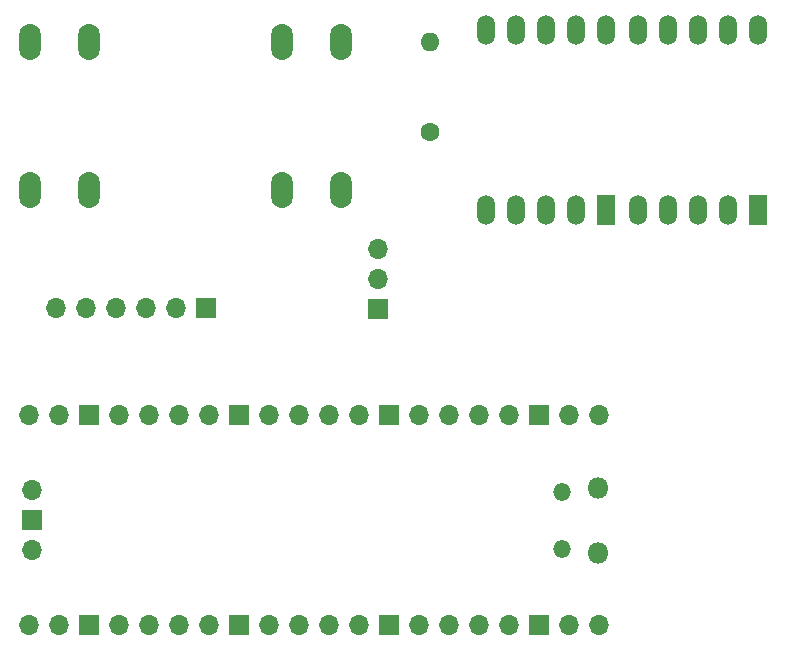
<source format=gbr>
%TF.GenerationSoftware,KiCad,Pcbnew,7.0.1*%
%TF.CreationDate,2025-03-04T19:41:26-05:00*%
%TF.ProjectId,front_panel,66726f6e-745f-4706-916e-656c2e6b6963,rev?*%
%TF.SameCoordinates,Original*%
%TF.FileFunction,Soldermask,Bot*%
%TF.FilePolarity,Negative*%
%FSLAX46Y46*%
G04 Gerber Fmt 4.6, Leading zero omitted, Abs format (unit mm)*
G04 Created by KiCad (PCBNEW 7.0.1) date 2025-03-04 19:41:26*
%MOMM*%
%LPD*%
G01*
G04 APERTURE LIST*
%ADD10O,1.800000X1.800000*%
%ADD11O,1.500000X1.500000*%
%ADD12O,1.700000X1.700000*%
%ADD13R,1.700000X1.700000*%
%ADD14O,1.850000X3.048000*%
%ADD15C,1.600000*%
%ADD16O,1.600000X1.600000*%
%ADD17O,1.524000X2.524000*%
%ADD18R,1.524000X2.524000*%
G04 APERTURE END LIST*
D10*
%TO.C,U3*%
X115710000Y-81265000D03*
D11*
X112680000Y-81565000D03*
X112680000Y-86415000D03*
D10*
X115710000Y-86715000D03*
D12*
X115840000Y-75100000D03*
X113300000Y-75100000D03*
D13*
X110760000Y-75100000D03*
D12*
X108220000Y-75100000D03*
X105680000Y-75100000D03*
X103140000Y-75100000D03*
X100600000Y-75100000D03*
D13*
X98060000Y-75100000D03*
D12*
X95520000Y-75100000D03*
X92980000Y-75100000D03*
X90440000Y-75100000D03*
X87900000Y-75100000D03*
D13*
X85360000Y-75100000D03*
D12*
X82820000Y-75100000D03*
X80280000Y-75100000D03*
X77740000Y-75100000D03*
X75200000Y-75100000D03*
D13*
X72660000Y-75100000D03*
D12*
X70120000Y-75100000D03*
X67580000Y-75100000D03*
X67580000Y-92880000D03*
X70120000Y-92880000D03*
D13*
X72660000Y-92880000D03*
D12*
X75200000Y-92880000D03*
X77740000Y-92880000D03*
X80280000Y-92880000D03*
X82820000Y-92880000D03*
D13*
X85360000Y-92880000D03*
D12*
X87900000Y-92880000D03*
X90440000Y-92880000D03*
X92980000Y-92880000D03*
X95520000Y-92880000D03*
D13*
X98060000Y-92880000D03*
D12*
X100600000Y-92880000D03*
X103140000Y-92880000D03*
X105680000Y-92880000D03*
X108220000Y-92880000D03*
D13*
X110760000Y-92880000D03*
D12*
X113300000Y-92880000D03*
X115840000Y-92880000D03*
X67810000Y-81450000D03*
D13*
X67810000Y-83990000D03*
D12*
X67810000Y-86530000D03*
%TD*%
D14*
%TO.C,SW2*%
X94000000Y-56000000D03*
X94000000Y-43500000D03*
X89000000Y-56000000D03*
X89000000Y-43500000D03*
%TD*%
D13*
%TO.C,J1*%
X82540000Y-66000000D03*
D12*
X80000000Y-66000000D03*
X77460000Y-66000000D03*
X74920000Y-66000000D03*
X72380000Y-66000000D03*
X69840000Y-66000000D03*
%TD*%
D15*
%TO.C,R1*%
X101500000Y-51120000D03*
D16*
X101500000Y-43500000D03*
%TD*%
D13*
%TO.C,J2*%
X97100000Y-66080000D03*
D12*
X97100000Y-63540000D03*
X97100000Y-61000000D03*
%TD*%
D17*
%TO.C,U1*%
X116380000Y-42500000D03*
X113840000Y-42500000D03*
X111300000Y-42500000D03*
X108760000Y-42500000D03*
X106220000Y-42500000D03*
X106220000Y-57740000D03*
X108760000Y-57740000D03*
X111300000Y-57740000D03*
X113840000Y-57740000D03*
D18*
X116380000Y-57740000D03*
%TD*%
%TO.C,U2*%
X129280000Y-57740000D03*
D17*
X126740000Y-57740000D03*
X124200000Y-57740000D03*
X121660000Y-57740000D03*
X119120000Y-57740000D03*
X119120000Y-42500000D03*
X121660000Y-42500000D03*
X124200000Y-42500000D03*
X126740000Y-42500000D03*
X129280000Y-42500000D03*
%TD*%
D14*
%TO.C,SW1*%
X72600000Y-56000000D03*
X72600000Y-43500000D03*
X67600000Y-56000000D03*
X67600000Y-43500000D03*
%TD*%
M02*

</source>
